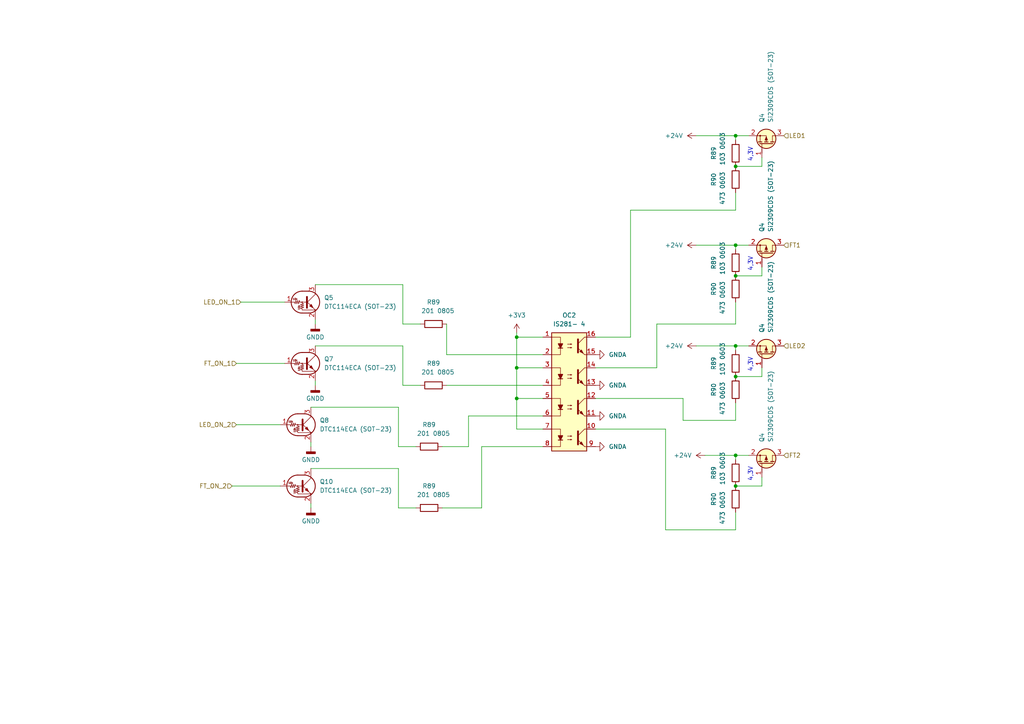
<source format=kicad_sch>
(kicad_sch (version 20230121) (generator eeschema)
  (paper "A4")
  (lib_symbols
    (symbol "Device:R" (pin_numbers hide) (pin_names (offset 0))
      (property "Reference" "R" (at 2.032 0 90))
      (property "Value" "R" (at 0 0 90))
      (symbol "R_0_1"
        (rectangle (start -1.016 -2.54) (end 1.016 2.54) (stroke (width 0.254)))
      )
      (symbol "R_1_1"
        (pin passive line (at 0 3.81 270) (length 1.27) (name "~") (number "1"))
        (pin passive line (at 0 -3.81 90) (length 1.27) (name "~") (number "2"))
      )
    )
    (symbol "PCM_4ms_Power-symbol:GNDA" (power) (pin_numbers hide) (pin_names (offset 0) hide)
      (property "Value" "GNDA" (at 0 -3.81 0))
      (symbol "GNDA_0_1"
        (polyline (pts (xy 0 0) (xy 0 -1.27) (xy 1.27 -1.27) (xy 0 -2.54) (xy -1.27 -1.27) (xy 0 -1.27)))
      )
      (symbol "GNDA_1_1"
        (pin power_in line (at 0 0 270) (length 0) hide (name "GNDA") (number "1"))
      )
    )
    (symbol "PCM_Optocoupler_AKL:Optocoupler_Quad_Generic" (pin_names (offset 1.016))
      (property "Reference" "OC" (at -5.08 17.78 0))
      (property "Value" "Optocoupler_Quad_Generic" (at -5.08 15.24 0))
      (symbol "Optocoupler_Quad_Generic_0_1"
        (rectangle (start -5.08 12.7) (end 5.08 -21.59) (stroke (width 0.254)) (fill (type background)))
        (polyline (pts (xy -3.175 8.255) (xy -1.905 8.255)) (stroke (width 0.254)))
        (polyline (pts (xy 2.54 9.525) (xy 4.445 11.43)))
        (polyline (pts (xy 4.445 6.35) (xy 2.54 8.255)) (fill (type outline)))
        (polyline (pts (xy 4.445 6.35) (xy 5.08 6.35)))
        (polyline (pts (xy 4.445 11.43) (xy 5.08 11.43)))
        (polyline (pts (xy -5.08 11.43) (xy -2.54 11.43) (xy -2.54 8.255)))
        (polyline (pts (xy -2.54 8.255) (xy -2.54 6.35) (xy -5.08 6.35)))
        (polyline (pts (xy 2.54 10.795) (xy 2.54 6.985) (xy 2.54 6.985)) (stroke (width 0.508)))
        (polyline (pts (xy -2.54 8.255) (xy -3.175 9.525) (xy -1.905 9.525) (xy -2.54 8.255)) (stroke (width 0.254)) (fill (type outline)))
        (polyline (pts (xy -0.508 8.382) (xy 0.762 8.382) (xy 0.381 8.255) (xy 0.381 8.509) (xy 0.762 8.382)))
        (polyline (pts (xy -0.508 9.398) (xy 0.762 9.398) (xy 0.381 9.271) (xy 0.381 9.525) (xy 0.762 9.398)))
        (polyline (pts (xy 3.048 7.239) (xy 3.556 7.747) (xy 4.064 6.731) (xy 3.048 7.239) (xy 3.048 7.239)) (fill (type outline)))
      )
      (symbol "Optocoupler_Quad_Generic_1_1"
        (polyline (pts (xy -3.175 -18.415) (xy -1.905 -18.415)) (stroke (width 0.254)))
        (polyline (pts (xy -3.175 -9.525) (xy -1.905 -9.525)) (stroke (width 0.254)))
        (polyline (pts (xy -3.175 -0.635) (xy -1.905 -0.635)) (stroke (width 0.254)))
        (polyline (pts (xy 2.54 -17.145) (xy 4.445 -15.24)))
        (polyline (pts (xy 2.54 -8.255) (xy 4.445 -6.35)))
        (polyline (pts (xy 2.54 0.635) (xy 4.445 2.54)))
        (polyline (pts (xy 4.445 -20.32) (xy 2.54 -18.415)) (fill (type outline)))
        (polyline (pts (xy 4.445 -20.32) (xy 5.08 -20.32)))
        (polyline (pts (xy 4.445 -15.24) (xy 5.08 -15.24)))
        (polyline (pts (xy 4.445 -11.43) (xy 2.54 -9.525)) (fill (type outline)))
        (polyline (pts (xy 4.445 -11.43) (xy 5.08 -11.43)))
        (polyline (pts (xy 4.445 -6.35) (xy 5.08 -6.35)))
        (polyline (pts (xy 4.445 -2.54) (xy 2.54 -0.635)) (fill (type outline)))
        (polyline (pts (xy 4.445 -2.54) (xy 5.08 -2.54)))
        (polyline (pts (xy 4.445 2.54) (xy 5.08 2.54)))
        (polyline (pts (xy -5.08 -15.24) (xy -2.54 -15.24) (xy -2.54 -18.415)))
        (polyline (pts (xy -5.08 -6.35) (xy -2.54 -6.35) (xy -2.54 -9.525)))
        (polyline (pts (xy -5.08 2.54) (xy -2.54 2.54) (xy -2.54 -0.635)))
        (polyline (pts (xy -2.54 -18.415) (xy -2.54 -20.32) (xy -5.08 -20.32)))
        (polyline (pts (xy -2.54 -9.525) (xy -2.54 -11.43) (xy -5.08 -11.43)))
        (polyline (pts (xy -2.54 -0.635) (xy -2.54 -2.54) (xy -5.08 -2.54)))
        (polyline (pts (xy 2.54 -15.875) (xy 2.54 -19.685) (xy 2.54 -19.685)) (stroke (width 0.508)))
        (polyline (pts (xy 2.54 -6.985) (xy 2.54 -10.795) (xy 2.54 -10.795)) (stroke (width 0.508)))
        (polyline (pts (xy 2.54 1.905) (xy 2.54 -1.905) (xy 2.54 -1.905)) (stroke (width 0.508)))
        (polyline (pts (xy -2.54 -18.415) (xy -3.175 -17.145) (xy -1.905 -17.145) (xy -2.54 -18.415)) (stroke (width 0.254)) (fill (type outline)))
        (polyline (pts (xy -2.54 -9.525) (xy -3.175 -8.255) (xy -1.905 -8.255) (xy -2.54 -9.525)) (stroke (width 0.254)) (fill (type outline)))
        (polyline (pts (xy -2.54 -0.635) (xy -3.175 0.635) (xy -1.905 0.635) (xy -2.54 -0.635)) (stroke (width 0.254)) (fill (type outline)))
        (polyline (pts (xy -0.508 -18.288) (xy 0.762 -18.288) (xy 0.381 -18.415) (xy 0.381 -18.161) (xy 0.762 -18.288)))
        (polyline (pts (xy -0.508 -17.272) (xy 0.762 -17.272) (xy 0.381 -17.399) (xy 0.381 -17.145) (xy 0.762 -17.272)))
        (polyline (pts (xy -0.508 -9.398) (xy 0.762 -9.398) (xy 0.381 -9.525) (xy 0.381 -9.271) (xy 0.762 -9.398)))
        (polyline (pts (xy -0.508 -8.382) (xy 0.762 -8.382) (xy 0.381 -8.509) (xy 0.381 -8.255) (xy 0.762 -8.382)))
        (polyline (pts (xy -0.508 -0.508) (xy 0.762 -0.508) (xy 0.381 -0.635) (xy 0.381 -0.381) (xy 0.762 -0.508)))
        (polyline (pts (xy -0.508 0.508) (xy 0.762 0.508) (xy 0.381 0.381) (xy 0.381 0.635) (xy 0.762 0.508)))
        (polyline (pts (xy 3.048 -19.431) (xy 3.556 -18.923) (xy 4.064 -19.939) (xy 3.048 -19.431) (xy 3.048 -19.431)) (fill (type outline)))
        (polyline (pts (xy 3.048 -10.541) (xy 3.556 -10.033) (xy 4.064 -11.049) (xy 3.048 -10.541) (xy 3.048 -10.541)) (fill (type outline)))
        (polyline (pts (xy 3.048 -1.651) (xy 3.556 -1.143) (xy 4.064 -2.159) (xy 3.048 -1.651) (xy 3.048 -1.651)) (fill (type outline)))
        (pin passive line (at -7.62 11.43 0) (length 2.54) (name "~") (number "1"))
        (pin passive line (at 7.62 -15.24 180) (length 2.54) (name "~") (number "10"))
        (pin passive line (at 7.62 -11.43 180) (length 2.54) (name "~") (number "11"))
        (pin passive line (at 7.62 -6.35 180) (length 2.54) (name "~") (number "12"))
        (pin passive line (at 7.62 -2.54 180) (length 2.54) (name "~") (number "13"))
        (pin passive line (at 7.62 2.54 180) (length 2.54) (name "~") (number "14"))
        (pin passive line (at 7.62 6.35 180) (length 2.54) (name "~") (number "15"))
        (pin passive line (at 7.62 11.43 180) (length 2.54) (name "~") (number "16"))
        (pin passive line (at -7.62 6.35 0) (length 2.54) (name "~") (number "2"))
        (pin passive line (at -7.62 2.54 0) (length 2.54) (name "~") (number "3"))
        (pin passive line (at -7.62 -2.54 0) (length 2.54) (name "~") (number "4"))
        (pin passive line (at -7.62 -6.35 0) (length 2.54) (name "~") (number "5"))
        (pin passive line (at -7.62 -11.43 0) (length 2.54) (name "~") (number "6"))
        (pin passive line (at -7.62 -15.24 0) (length 2.54) (name "~") (number "7"))
        (pin passive line (at -7.62 -20.32 0) (length 2.54) (name "~") (number "8"))
        (pin passive line (at 7.62 -20.32 180) (length 2.54) (name "~") (number "9"))
      )
    )
    (symbol "PCM_Transistor_MOSFET_AKL:Si2309CDS" (pin_names hide)
      (property "Reference" "Q" (at 5.08 1.27 0))
      (property "Value" "Si2309CDS" (at 5.08 -1.27 0))
      (symbol "Si2309CDS_0_1"
        (polyline (pts (xy 0.254 -1.905) (xy 0.254 1.905)) (stroke (width 0.254)))
        (polyline (pts (xy 0.254 1.27) (xy -2.54 1.27)))
        (polyline (pts (xy 0.762 -2.286) (xy 0.762 -1.27)) (stroke (width 0.254)))
        (polyline (pts (xy 0.762 -1.778) (xy 2.54 -1.778)))
        (polyline (pts (xy 0.762 -0.508) (xy 0.762 0.508)) (stroke (width 0.254)))
        (polyline (pts (xy 0.762 1.27) (xy 0.762 2.286)) (stroke (width 0.254)))
        (polyline (pts (xy 0.762 1.778) (xy 2.54 1.778)))
        (polyline (pts (xy 2.54 -2.54) (xy 2.54 -1.778)))
        (polyline (pts (xy 2.54 2.54) (xy 2.54 0) (xy 0.762 0)))
        (polyline (pts (xy 2.286 0) (xy 1.27 -0.381) (xy 1.27 0.381) (xy 2.286 0)) (fill (type outline)))
      )
      (symbol "Si2309CDS_1_1"
        (circle (center 1.651 0) (radius 2.794) (stroke (width 0.254)) (fill (type background)))
        (circle (center 2.54 1.778) (radius 0.1778) (fill (type outline)))
        (pin input line (at -3.81 1.27 0) (length 2.54) (name "G") (number "1"))
        (pin passive line (at 2.54 5.08 270) (length 2.54) (name "S") (number "2"))
        (pin passive line (at 2.54 -5.08 90) (length 2.54) (name "D") (number "3"))
      )
    )
    (symbol "Transistor_BJT:DTC114E" (pin_names (offset 0) hide)
      (property "Reference" "Q" (at 5.08 1.905 0))
      (property "Value" "DTC114E" (at 5.08 0 0))
      (symbol "DTC114E_0_0"
        (text "10k" (at -3.302 0.889 0) (effects (font (size 0.508 0.508))))
        (text "10k" (at -2.159 -1.524 900) (effects (font (size 0.508 0.508))))
      )
      (symbol "DTC114E_0_1"
        (circle (center -1.27 0) (radius 0.127))
        (arc (start -1.27 3.175) (mid -4.4312 0) (end -1.27 -3.175) (stroke (width 0.254)))
        (polyline (pts (xy -3.429 0) (xy -3.81 0)))
        (polyline (pts (xy -1.27 -3.175) (xy 0.635 -3.175)) (stroke (width 0.254)))
        (polyline (pts (xy -1.27 3.175) (xy 0.635 3.175)) (stroke (width 0.254)))
        (polyline (pts (xy 0 -0.254) (xy 2.54 2.286)))
        (polyline (pts (xy 0.127 1.524) (xy 0.127 -1.651)) (stroke (width 0.508)) (fill (type outline)))
        (polyline (pts (xy 2.54 2.286) (xy 2.54 2.54)))
        (polyline (pts (xy 2.54 -2.286) (xy 0 0.254) (xy 0 0.254)))
        (polyline (pts (xy 0.889 -1.143) (xy 1.397 -0.635) (xy 1.905 -1.651) (xy 0.889 -1.143)) (fill (type outline)))
        (polyline (pts (xy 0 0) (xy -1.905 0) (xy -2.032 0.508) (xy -2.286 -0.508) (xy -2.54 0.508) (xy -2.794 -0.508) (xy -3.048 0.508) (xy -3.302 -0.508) (xy -3.429 0)))
        (polyline (pts (xy -1.27 0) (xy -1.27 -0.381) (xy -0.762 -0.508) (xy -1.778 -0.762) (xy -0.762 -1.016) (xy -1.778 -1.27) (xy -0.762 -1.524) (xy -1.778 -1.778) (xy -1.27 -1.905) (xy -1.27 -2.286) (xy 2.54 -2.286)))
        (arc (start 0.635 -3.175) (mid 3.7962 0) (end 0.635 3.175) (stroke (width 0.254)))
        (circle (center 2.54 -2.286) (radius 0.127))
      )
      (symbol "DTC114E_1_1"
        (pin input line (at -6.35 0 0) (length 2.54) (name "B") (number "1"))
        (pin passive line (at 2.54 -5.08 90) (length 2.54) (name "E") (number "2"))
        (pin passive line (at 2.54 5.08 270) (length 2.54) (name "C") (number "3"))
      )
    )
    (symbol "power:+24V" (power) (pin_numbers hide) (pin_names (offset 0) hide)
      (property "Value" "+24V" (at 0 3.556 0))
      (symbol "+24V_0_1"
        (polyline (pts (xy -0.762 1.27) (xy 0 2.54)))
        (polyline (pts (xy 0 0) (xy 0 2.54)))
        (polyline (pts (xy 0 2.54) (xy 0.762 1.27)))
      )
      (symbol "+24V_1_1"
        (pin power_in line (at 0 0 90) (length 0) hide (name "+24V") (number "1"))
      )
    )
    (symbol "power:+3V3" (power) (pin_numbers hide) (pin_names (offset 0) hide)
      (property "Value" "+3V3" (at 0 3.556 0))
      (symbol "+3V3_0_1"
        (polyline (pts (xy -0.762 1.27) (xy 0 2.54)))
        (polyline (pts (xy 0 0) (xy 0 2.54)))
        (polyline (pts (xy 0 2.54) (xy 0.762 1.27)))
      )
      (symbol "+3V3_1_1"
        (pin power_in line (at 0 0 90) (length 0) hide (name "+3V3") (number "1"))
      )
    )
    (symbol "power:GNDD" (power) (pin_numbers hide) (pin_names (offset 0) hide)
      (property "Value" "GNDD" (at 0 -3.175 0))
      (symbol "GNDD_0_1"
        (rectangle (start -1.27 -1.524) (end 1.27 -2.032) (stroke (width 0.254)) (fill (type outline)))
        (polyline (pts (xy 0 0) (xy 0 -1.524)))
      )
      (symbol "GNDD_1_1"
        (pin power_in line (at 0 0 270) (length 0) hide (name "GNDD") (number "1"))
      )
    )
  )
  (junction (at 213.36 80.01))
  (junction (at 149.86 115.57))
  (junction (at 213.36 48.26))
  (junction (at 213.36 71.12))
  (junction (at 149.86 106.68))
  (junction (at 213.36 109.22))
  (junction (at 213.36 39.37))
  (junction (at 213.36 132.08))
  (junction (at 213.36 100.33))
  (junction (at 213.36 140.97))
  (junction (at 149.86 97.79))
  (wire (pts (xy 116.84 93.98) (xy 121.92 93.98)))
  (wire (pts (xy 68.58 105.41) (xy 82.55 105.41)))
  (wire (pts (xy 213.36 101.6) (xy 213.36 100.33)))
  (wire (pts (xy 204.47 132.08) (xy 213.36 132.08)))
  (wire (pts (xy 115.57 118.11) (xy 115.57 129.54)))
  (wire (pts (xy 91.44 82.55) (xy 116.84 82.55)))
  (wire (pts (xy 115.57 129.54) (xy 120.65 129.54)))
  (wire (pts (xy 213.36 148.59) (xy 213.36 153.67)))
  (wire (pts (xy 190.5 93.98) (xy 213.36 93.98)))
  (wire (pts (xy 220.98 80.01) (xy 220.98 77.47)))
  (wire (pts (xy 198.12 115.57) (xy 172.72 115.57)))
  (wire (pts (xy 213.36 153.67) (xy 193.04 153.67)))
  (wire (pts (xy 213.36 121.92) (xy 198.12 121.92)))
  (wire (pts (xy 220.98 140.97) (xy 213.36 140.97)))
  (wire (pts (xy 91.44 110.49) (xy 91.44 111.76)))
  (wire (pts (xy 220.98 80.01) (xy 213.36 80.01)))
  (wire (pts (xy 193.04 153.67) (xy 193.04 124.46)))
  (wire (pts (xy 149.86 97.79) (xy 149.86 96.52)))
  (wire (pts (xy 220.98 140.97) (xy 220.98 138.43)))
  (wire (pts (xy 220.98 48.26) (xy 220.98 45.72)))
  (wire (pts (xy 198.12 121.92) (xy 198.12 115.57)))
  (wire (pts (xy 129.54 93.98) (xy 129.54 102.87)))
  (wire (pts (xy 129.54 102.87) (xy 157.48 102.87)))
  (wire (pts (xy 149.86 115.57) (xy 149.86 106.68)))
  (wire (pts (xy 213.36 100.33) (xy 217.17 100.33)))
  (wire (pts (xy 90.17 146.05) (xy 90.17 147.32)))
  (wire (pts (xy 115.57 135.89) (xy 115.57 147.32)))
  (wire (pts (xy 213.36 132.08) (xy 217.17 132.08)))
  (wire (pts (xy 135.89 129.54) (xy 135.89 120.65)))
  (wire (pts (xy 149.86 106.68) (xy 149.86 97.79)))
  (wire (pts (xy 90.17 135.89) (xy 115.57 135.89)))
  (wire (pts (xy 116.84 111.76) (xy 121.92 111.76)))
  (wire (pts (xy 129.54 111.76) (xy 157.48 111.76)))
  (wire (pts (xy 68.58 123.19) (xy 81.28 123.19)))
  (wire (pts (xy 69.85 87.63) (xy 82.55 87.63)))
  (wire (pts (xy 220.98 48.26) (xy 213.36 48.26)))
  (wire (pts (xy 157.48 97.79) (xy 149.86 97.79)))
  (wire (pts (xy 213.36 40.64) (xy 213.36 39.37)))
  (wire (pts (xy 67.31 140.97) (xy 81.28 140.97)))
  (wire (pts (xy 139.7 147.32) (xy 139.7 129.54)))
  (wire (pts (xy 90.17 128.27) (xy 90.17 129.54)))
  (wire (pts (xy 157.48 106.68) (xy 149.86 106.68)))
  (wire (pts (xy 213.36 72.39) (xy 213.36 71.12)))
  (wire (pts (xy 190.5 106.68) (xy 190.5 93.98)))
  (wire (pts (xy 157.48 124.46) (xy 149.86 124.46)))
  (wire (pts (xy 139.7 129.54) (xy 157.48 129.54)))
  (wire (pts (xy 91.44 92.71) (xy 91.44 93.98)))
  (wire (pts (xy 213.36 116.84) (xy 213.36 121.92)))
  (wire (pts (xy 201.93 100.33) (xy 213.36 100.33)))
  (wire (pts (xy 116.84 82.55) (xy 116.84 93.98)))
  (wire (pts (xy 135.89 120.65) (xy 157.48 120.65)))
  (wire (pts (xy 172.72 106.68) (xy 190.5 106.68)))
  (wire (pts (xy 157.48 115.57) (xy 149.86 115.57)))
  (wire (pts (xy 182.88 60.96) (xy 213.36 60.96)))
  (wire (pts (xy 220.98 109.22) (xy 220.98 106.68)))
  (wire (pts (xy 116.84 100.33) (xy 116.84 111.76)))
  (wire (pts (xy 213.36 133.35) (xy 213.36 132.08)))
  (wire (pts (xy 115.57 147.32) (xy 120.65 147.32)))
  (wire (pts (xy 182.88 97.79) (xy 182.88 60.96)))
  (wire (pts (xy 128.27 147.32) (xy 139.7 147.32)))
  (wire (pts (xy 149.86 124.46) (xy 149.86 115.57)))
  (wire (pts (xy 220.98 109.22) (xy 213.36 109.22)))
  (wire (pts (xy 213.36 71.12) (xy 217.17 71.12)))
  (wire (pts (xy 213.36 60.96) (xy 213.36 55.88)))
  (wire (pts (xy 201.93 71.12) (xy 213.36 71.12)))
  (wire (pts (xy 213.36 93.98) (xy 213.36 87.63)))
  (wire (pts (xy 172.72 124.46) (xy 193.04 124.46)))
  (wire (pts (xy 90.17 118.11) (xy 115.57 118.11)))
  (wire (pts (xy 172.72 97.79) (xy 182.88 97.79)))
  (wire (pts (xy 128.27 129.54) (xy 135.89 129.54)))
  (wire (pts (xy 201.93 39.37) (xy 213.36 39.37)))
  (wire (pts (xy 213.36 39.37) (xy 217.17 39.37)))
  (wire (pts (xy 91.44 100.33) (xy 116.84 100.33)))
  (text "4,3V" (at 218.44 46.99 90) (effects (font (size 1.27 1.27)) (justify left bottom)))
  (text "4,3V" (at 218.44 78.74 90) (effects (font (size 1.27 1.27)) (justify left bottom)))
  (text "4,3V" (at 218.44 139.7 90) (effects (font (size 1.27 1.27)) (justify left bottom)))
  (text "4,3V" (at 218.44 107.95 90) (effects (font (size 1.27 1.27)) (justify left bottom)))
  (hierarchical_label "LED_ON_1" (shape input) (at 69.85 87.63 180))
  (hierarchical_label "LED_ON_2" (shape input) (at 68.58 123.19 180))
  (hierarchical_label "FT2" (shape input) (at 227.33 132.08 0))
  (hierarchical_label "FT_ON_2" (shape input) (at 67.31 140.97 180))
  (hierarchical_label "LED2" (shape input) (at 227.33 100.33 0))
  (hierarchical_label "FT_ON_1" (shape input) (at 68.58 105.41 180))
  (hierarchical_label "LED1" (shape input) (at 227.33 39.37 0))
  (hierarchical_label "FT1" (shape input) (at 227.33 71.12 0))
  (symbol (lib_id "power:GNDD") (at 90.17 129.54 0) (unit 1)
    (property "Reference" "#PWR019" (effects hide))
    (property "Value" "GNDD" (at 90.17 133.35 0))
    (instances (project "Плата дискретных входов" (path "" (reference "#PWR019") (unit 1)) (path "" (reference "#PWR0106") (unit 1))))
  )
  (symbol (lib_id "Device:R") (at 213.36 113.03 180) (unit 1)
    (property "Reference" "R90" (at 207.01 113.03 90))
    (property "Value" "473 0603" (at 209.55 115.57 90))
    (property "Footprint" "Resistor_SMD:R_0603_1608Metric_Pad0.98x0.95mm_HandSolder" (effects hide))
    (instances (project "Плата дискретных входов" (path "" (reference "R90") (unit 1)) (path "" (reference "R96") (unit 1))))
  )
  (symbol (lib_id "Transistor_BJT:DTC114E") (at 87.63 140.97 0) (unit 1)
    (property "Reference" "Q10" (at 92.71 139.7 0) (effects (justify left)))
    (property "Value" "DTC114ECA (SOT-23)" (at 92.71 142.24 0) (effects (justify left)))
    (property "Footprint" "PCM_Package_TO_SOT_SMD_AKL:SOT-23" (effects hide))
  )
  (symbol (lib_id "PCM_Optocoupler_AKL:Optocoupler_Quad_Generic") (at 165.1 109.22 0) (unit 1)
    (property "Reference" "OC2" (at 165.1 91.44 0))
    (property "Value" "IS281- 4" (at 165.1 93.98 0))
    (property "Footprint" "PCM_Package_SO_AKL:SOIC-16W_5.3x10.2mm_P1.27mm" (effects hide))
    (instances (project "Плата дискретных входов" (path "" (reference "OC2") (unit 1)) (path "" (reference "OC1") (unit 1)) (path "" (reference "OC5") (unit 1))))
  )
  (symbol (lib_id "PCM_Transistor_MOSFET_AKL:Si2309CDS") (at 222.25 102.87 90) (unit 1)
    (property "Reference" "Q4" (at 220.98 96.52 0) (effects (justify left)))
    (property "Value" "Si2309CDS (SOT-23)" (at 223.52 96.52 0) (effects (justify left)))
    (property "Footprint" "PCM_4ms_Package_SOT:SOT-23" (effects hide))
    (property "Datasheet" "https://www.tme.eu/Document/a81ba2c8f7d032e548804b808e254a16/si2309cds.pdf" (effects hide))
    (instances (project "Плата дискретных входов" (path "" (reference "Q4") (unit 1)) (path "" (reference "Q6") (unit 1))))
  )
  (symbol (lib_id "power:GNDD") (at 91.44 93.98 0) (unit 1)
    (property "Reference" "#PWR019" (effects hide))
    (property "Value" "GNDD" (at 91.44 97.79 0))
    (instances (project "Плата дискретных входов" (path "" (reference "#PWR019") (unit 1)) (path "" (reference "#PWR099") (unit 1))))
  )
  (symbol (lib_id "Device:R") (at 213.36 83.82 180) (unit 1)
    (property "Reference" "R90" (at 207.01 83.82 90))
    (property "Value" "473 0603" (at 209.55 86.36 90))
    (property "Footprint" "Resistor_SMD:R_0603_1608Metric_Pad0.98x0.95mm_HandSolder" (effects hide))
    (instances (project "Плата дискретных входов" (path "" (reference "R90") (unit 1)) (path "" (reference "R92") (unit 1))))
  )
  (symbol (lib_id "Transistor_BJT:DTC114E") (at 88.9 87.63 0) (unit 1)
    (property "Reference" "Q5" (at 93.98 86.36 0) (effects (justify left)))
    (property "Value" "DTC114ECA (SOT-23)" (at 93.98 88.9 0) (effects (justify left)))
    (property "Footprint" "PCM_Package_TO_SOT_SMD_AKL:SOT-23" (effects hide))
  )
  (symbol (lib_id "PCM_4ms_Power-symbol:GNDA") (at 172.72 129.54 90) (unit 1)
    (property "Reference" "#PWR067" (effects hide))
    (property "Value" "GNDA" (at 176.53 129.54 90) (effects (justify right)))
    (instances (project "Плата дискретных входов" (path "" (reference "#PWR067") (unit 1)) (path "" (reference "#PWR0107") (unit 1))) (project "Плата фото светодиоды" (path "" (reference "#PWR03") (unit 1))))
  )
  (symbol (lib_id "PCM_Transistor_MOSFET_AKL:Si2309CDS") (at 222.25 73.66 90) (unit 1)
    (property "Reference" "Q4" (at 220.98 67.31 0) (effects (justify left)))
    (property "Value" "Si2309CDS (SOT-23)" (at 223.52 67.31 0) (effects (justify left)))
    (property "Footprint" "PCM_4ms_Package_SOT:SOT-23" (effects hide))
    (property "Datasheet" "https://www.tme.eu/Document/a81ba2c8f7d032e548804b808e254a16/si2309cds.pdf" (effects hide))
  )
  (symbol (lib_id "power:+3V3") (at 149.86 96.52 0) (unit 1)
    (property "Reference" "#PWR034" (effects hide))
    (property "Value" "+3V3" (at 149.86 91.44 0))
    (instances (project "Плата дискретных входов" (path "" (reference "#PWR034") (unit 1)) (path "" (reference "#PWR040") (unit 1)) (path "" (reference "#PWR0100") (unit 1))))
  )
  (symbol (lib_id "Device:R") (at 213.36 44.45 180) (unit 1)
    (property "Reference" "R89" (at 207.01 44.45 90))
    (property "Value" "103 0603" (at 209.55 43.18 90))
    (property "Footprint" "Resistor_SMD:R_0603_1608Metric_Pad0.98x0.95mm_HandSolder" (effects hide))
  )
  (symbol (lib_id "Device:R") (at 124.46 129.54 90) (unit 1)
    (property "Reference" "R89" (at 124.46 123.19 90))
    (property "Value" "201 0805" (at 125.73 125.73 90))
    (property "Footprint" "Resistor_SMD:R_0805_2012Metric_Pad1.20x1.40mm_HandSolder" (effects hide))
    (instances (project "Плата дискретных входов" (path "" (reference "R89") (unit 1)) (path "" (reference "R97") (unit 1))))
  )
  (symbol (lib_id "power:+24V") (at 201.93 71.12 90) (unit 1)
    (property "Reference" "#PWR054" (effects hide))
    (property "Value" "+24V" (at 198.12 71.12 90) (effects (justify left)))
    (instances (project "Плата дискретных входов" (path "" (reference "#PWR054") (unit 1)) (path "" (reference "#PWR098") (unit 1))) (project "Плата фото светодиоды" (path "" (reference "#PWR04") (unit 1))))
  )
  (symbol (lib_id "power:GNDD") (at 90.17 147.32 0) (unit 1)
    (property "Reference" "#PWR019" (effects hide))
    (property "Value" "GNDD" (at 90.17 151.13 0))
    (instances (project "Плата дискретных входов" (path "" (reference "#PWR019") (unit 1)) (path "" (reference "#PWR0109") (unit 1))))
  )
  (symbol (lib_id "power:+24V") (at 201.93 39.37 90) (unit 1)
    (property "Reference" "#PWR054" (effects hide))
    (property "Value" "+24V" (at 198.12 39.37 90) (effects (justify left)))
    (instances (project "Плата дискретных входов" (path "" (reference "#PWR054") (unit 1)) (path "" (reference "#PWR097") (unit 1))) (project "Плата фото светодиоды" (path "" (reference "#PWR04") (unit 1))))
  )
  (symbol (lib_id "Device:R") (at 213.36 144.78 180) (unit 1)
    (property "Reference" "R90" (at 207.01 144.78 90))
    (property "Value" "473 0603" (at 209.55 147.32 90))
    (property "Footprint" "Resistor_SMD:R_0603_1608Metric_Pad0.98x0.95mm_HandSolder" (effects hide))
    (instances (project "Плата дискретных входов" (path "" (reference "R90") (unit 1)) (path "" (reference "R99") (unit 1))))
  )
  (symbol (lib_id "PCM_Transistor_MOSFET_AKL:Si2309CDS") (at 222.25 41.91 90) (unit 1)
    (property "Reference" "Q4" (at 220.98 35.56 0) (effects (justify left)))
    (property "Value" "Si2309CDS (SOT-23)" (at 223.52 35.56 0) (effects (justify left)))
    (property "Footprint" "PCM_4ms_Package_SOT:SOT-23" (effects hide))
    (property "Datasheet" "https://www.tme.eu/Document/a81ba2c8f7d032e548804b808e254a16/si2309cds.pdf" (effects hide))
    (instances (project "Плата дискретных входов" (path "" (reference "Q4") (unit 1)) (path "" (reference "Q3") (unit 1))))
  )
  (symbol (lib_id "power:+24V") (at 204.47 132.08 90) (unit 1)
    (property "Reference" "#PWR054" (effects hide))
    (property "Value" "+24V" (at 200.66 132.08 90) (effects (justify left)))
    (instances (project "Плата дискретных входов" (path "" (reference "#PWR054") (unit 1)) (path "" (reference "#PWR0108") (unit 1))) (project "Плата фото светодиоды" (path "" (reference "#PWR04") (unit 1))))
  )
  (symbol (lib_id "power:+24V") (at 201.93 100.33 90) (unit 1)
    (property "Reference" "#PWR054" (effects hide))
    (property "Value" "+24V" (at 198.12 100.33 90) (effects (justify left)))
    (instances (project "Плата дискретных входов" (path "" (reference "#PWR054") (unit 1)) (path "" (reference "#PWR0101") (unit 1))) (project "Плата фото светодиоды" (path "" (reference "#PWR04") (unit 1))))
  )
  (symbol (lib_id "Device:R") (at 213.36 76.2 180) (unit 1)
    (property "Reference" "R89" (at 207.01 76.2 90))
    (property "Value" "103 0603" (at 209.55 74.93 90))
    (property "Footprint" "Resistor_SMD:R_0603_1608Metric_Pad0.98x0.95mm_HandSolder" (effects hide))
    (instances (project "Плата дискретных входов" (path "" (reference "R89") (unit 1)) (path "" (reference "R91") (unit 1))))
  )
  (symbol (lib_id "PCM_4ms_Power-symbol:GNDA") (at 172.72 111.76 90) (unit 1)
    (property "Reference" "#PWR067" (effects hide))
    (property "Value" "GNDA" (at 176.53 111.76 90) (effects (justify right)))
    (instances (project "Плата дискретных входов" (path "" (reference "#PWR067") (unit 1)) (path "" (reference "#PWR0104") (unit 1))) (project "Плата фото светодиоды" (path "" (reference "#PWR03") (unit 1))))
  )
  (symbol (lib_id "power:GNDD") (at 91.44 111.76 0) (unit 1)
    (property "Reference" "#PWR019" (effects hide))
    (property "Value" "GNDD" (at 91.44 115.57 0))
    (instances (project "Плата дискретных входов" (path "" (reference "#PWR019") (unit 1)) (path "" (reference "#PWR0103") (unit 1))))
  )
  (symbol (lib_id "PCM_4ms_Power-symbol:GNDA") (at 172.72 102.87 90) (unit 1)
    (property "Reference" "#PWR067" (effects hide))
    (property "Value" "GNDA" (at 176.53 102.87 90) (effects (justify right)))
    (instances (project "Плата дискретных входов" (path "" (reference "#PWR067") (unit 1)) (path "" (reference "#PWR0102") (unit 1))) (project "Плата фото светодиоды" (path "" (reference "#PWR03") (unit 1))))
  )
  (symbol (lib_id "Device:R") (at 125.73 93.98 90) (unit 1)
    (property "Reference" "R89" (at 125.73 87.63 90))
    (property "Value" "201 0805" (at 127 90.17 90))
    (property "Footprint" "Resistor_SMD:R_0805_2012Metric_Pad1.20x1.40mm_HandSolder" (effects hide))
    (instances (project "Плата дискретных входов" (path "" (reference "R89") (unit 1)) (path "" (reference "R93") (unit 1))))
  )
  (symbol (lib_id "Device:R") (at 213.36 52.07 180) (unit 1)
    (property "Reference" "R90" (at 207.01 52.07 90))
    (property "Value" "473 0603" (at 209.55 54.61 90))
    (property "Footprint" "Resistor_SMD:R_0603_1608Metric_Pad0.98x0.95mm_HandSolder" (effects hide))
  )
  (symbol (lib_id "Device:R") (at 213.36 105.41 180) (unit 1)
    (property "Reference" "R89" (at 207.01 105.41 90))
    (property "Value" "103 0603" (at 209.55 104.14 90))
    (property "Footprint" "Resistor_SMD:R_0603_1608Metric_Pad0.98x0.95mm_HandSolder" (effects hide))
    (instances (project "Плата дискретных входов" (path "" (reference "R89") (unit 1)) (path "" (reference "R94") (unit 1))))
  )
  (symbol (lib_id "Device:R") (at 125.73 111.76 90) (unit 1)
    (property "Reference" "R89" (at 125.73 105.41 90))
    (property "Value" "201 0805" (at 127 107.95 90))
    (property "Footprint" "Resistor_SMD:R_0805_2012Metric_Pad1.20x1.40mm_HandSolder" (effects hide))
    (instances (project "Плата дискретных входов" (path "" (reference "R89") (unit 1)) (path "" (reference "R95") (unit 1))))
  )
  (symbol (lib_id "PCM_Transistor_MOSFET_AKL:Si2309CDS") (at 222.25 134.62 90) (unit 1)
    (property "Reference" "Q4" (at 220.98 128.27 0) (effects (justify left)))
    (property "Value" "Si2309CDS (SOT-23)" (at 223.52 128.27 0) (effects (justify left)))
    (property "Footprint" "PCM_4ms_Package_SOT:SOT-23" (effects hide))
    (property "Datasheet" "https://www.tme.eu/Document/a81ba2c8f7d032e548804b808e254a16/si2309cds.pdf" (effects hide))
    (instances (project "Плата дискретных входов" (path "" (reference "Q4") (unit 1)) (path "" (reference "Q9") (unit 1))))
  )
  (symbol (lib_id "Transistor_BJT:DTC114E") (at 87.63 123.19 0) (unit 1)
    (property "Reference" "Q8" (at 92.71 121.92 0) (effects (justify left)))
    (property "Value" "DTC114ECA (SOT-23)" (at 92.71 124.46 0) (effects (justify left)))
    (property "Footprint" "PCM_Package_TO_SOT_SMD_AKL:SOT-23" (effects hide))
  )
  (symbol (lib_id "Transistor_BJT:DTC114E") (at 88.9 105.41 0) (unit 1)
    (property "Reference" "Q7" (at 93.98 104.14 0) (effects (justify left)))
    (property "Value" "DTC114ECA (SOT-23)" (at 93.98 106.68 0) (effects (justify left)))
    (property "Footprint" "PCM_Package_TO_SOT_SMD_AKL:SOT-23" (effects hide))
  )
  (symbol (lib_id "Device:R") (at 213.36 137.16 180) (unit 1)
    (property "Reference" "R89" (at 207.01 137.16 90))
    (property "Value" "103 0603" (at 209.55 135.89 90))
    (property "Footprint" "Resistor_SMD:R_0603_1608Metric_Pad0.98x0.95mm_HandSolder" (effects hide))
    (instances (project "Плата дискретных входов" (path "" (reference "R89") (unit 1)) (path "" (reference "R98") (unit 1))))
  )
  (symbol (lib_id "Device:R") (at 124.46 147.32 90) (unit 1)
    (property "Reference" "R89" (at 124.46 140.97 90))
    (property "Value" "201 0805" (at 125.73 143.51 90))
    (property "Footprint" "Resistor_SMD:R_0805_2012Metric_Pad1.20x1.40mm_HandSolder" (effects hide))
    (instances (project "Плата дискретных входов" (path "" (reference "R89") (unit 1)) (path "" (reference "R100") (unit 1))))
  )
  (symbol (lib_id "PCM_4ms_Power-symbol:GNDA") (at 172.72 120.65 90) (unit 1)
    (property "Reference" "#PWR067" (effects hide))
    (property "Value" "GNDA" (at 176.53 120.65 90) (effects (justify right)))
    (instances (project "Плата дискретных входов" (path "" (reference "#PWR067") (unit 1)) (path "" (reference "#PWR0105") (unit 1))) (project "Плата фото светодиоды" (path "" (reference "#PWR03") (unit 1))))
  )
)
</source>
